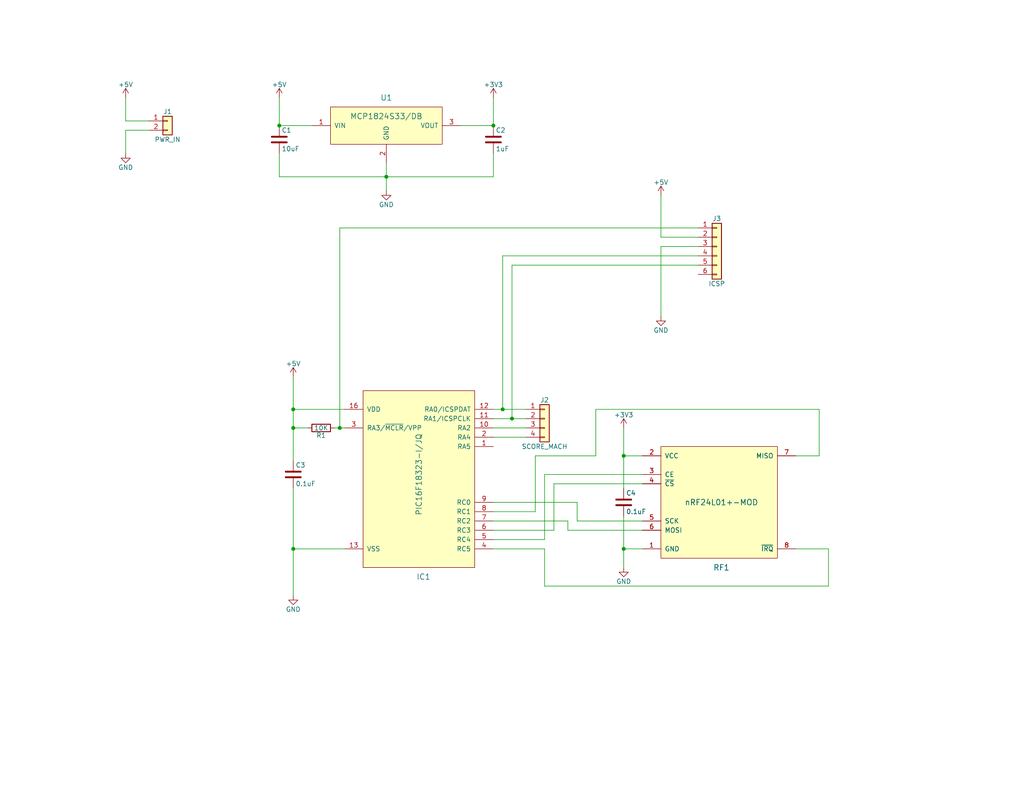
<source format=kicad_sch>
(kicad_sch (version 20230121) (generator eeschema)
  (paper "USLetter")
  (title_block (title "Wireless Fencing Score Indicator - Transmitter") (date "2018-02-13") (rev "1") (company "David's Makerworks - David Rice") (comment 1 "github.com/davidsmakerworks"))
  (lib_symbols
    (symbol "Device:C" (pin_numbers hide) (pin_names (offset 0.254))
      (property "Reference" "C" (at 0.635 2.54 0))
      (property "Value" "C" (at 0.635 -2.54 0))
      (symbol "C_0_1"
        (polyline (pts (xy -2.032 -0.762) (xy 2.032 -0.762)) (stroke (width 0.508)))
        (polyline (pts (xy -2.032 0.762) (xy 2.032 0.762)) (stroke (width 0.508)))
      )
      (symbol "C_1_1"
        (pin passive line (at 0 3.81 270) (length 2.794) (name "~") (number "1"))
        (pin passive line (at 0 -3.81 90) (length 2.794) (name "~") (number "2"))
      )
    )
    (symbol "Device:R" (pin_numbers hide) (pin_names (offset 0))
      (property "Reference" "R" (at 2.032 0 90))
      (property "Value" "R" (at 0 0 90))
      (symbol "R_0_1"
        (rectangle (start -1.016 -2.54) (end 1.016 2.54) (stroke (width 0.254)))
      )
      (symbol "R_1_1"
        (pin passive line (at 0 3.81 270) (length 1.27) (name "~") (number "1"))
        (pin passive line (at 0 -3.81 90) (length 1.27) (name "~") (number "2"))
      )
    )
    (symbol "FencingScoreXmit-rescue:+3.3V-power" (power) (pin_names (offset 0))
      (property "Value" "+3.3V-power" (at 0 3.556 0))
      (symbol "+3.3V-power_0_1"
        (polyline (pts (xy -0.762 1.27) (xy 0 2.54)))
        (polyline (pts (xy 0 0) (xy 0 2.54)))
        (polyline (pts (xy 0 2.54) (xy 0.762 1.27)))
      )
      (symbol "+3.3V-power_1_1"
        (pin power_in line (at 0 0 90) (length 0) hide (name "+3V3") (number "1"))
      )
    )
    (symbol "FencingScoreXmit-rescue:Conn_01x02" (pin_names (offset 1.016) hide)
      (property "Reference" "J" (at 0 2.54 0))
      (property "Value" "Conn_01x02" (at 0 -5.08 0))
      (symbol "Conn_01x02_1_1"
        (rectangle (start -1.27 -2.413) (end 0 -2.667) (stroke (width 0.1524)))
        (rectangle (start -1.27 0.127) (end 0 -0.127) (stroke (width 0.1524)))
        (rectangle (start -1.27 1.27) (end 1.27 -3.81) (stroke (width 0.254)) (fill (type background)))
        (pin passive line (at -5.08 0 0) (length 3.81) (name "Pin_1") (number "1"))
        (pin passive line (at -5.08 -2.54 0) (length 3.81) (name "Pin_2") (number "2"))
      )
    )
    (symbol "FencingScoreXmit-rescue:Conn_01x04" (pin_names (offset 1.016) hide)
      (property "Reference" "J" (at 0 5.08 0))
      (property "Value" "Conn_01x04" (at 0 -7.62 0))
      (symbol "Conn_01x04_1_1"
        (rectangle (start -1.27 -4.953) (end 0 -5.207) (stroke (width 0.1524)))
        (rectangle (start -1.27 -2.413) (end 0 -2.667) (stroke (width 0.1524)))
        (rectangle (start -1.27 0.127) (end 0 -0.127) (stroke (width 0.1524)))
        (rectangle (start -1.27 2.667) (end 0 2.413) (stroke (width 0.1524)))
        (rectangle (start -1.27 3.81) (end 1.27 -6.35) (stroke (width 0.254)) (fill (type background)))
        (pin passive line (at -5.08 2.54 0) (length 3.81) (name "Pin_1") (number "1"))
        (pin passive line (at -5.08 0 0) (length 3.81) (name "Pin_2") (number "2"))
        (pin passive line (at -5.08 -2.54 0) (length 3.81) (name "Pin_3") (number "3"))
        (pin passive line (at -5.08 -5.08 0) (length 3.81) (name "Pin_4") (number "4"))
      )
    )
    (symbol "FencingScoreXmit-rescue:Conn_01x06" (pin_names (offset 1.016) hide)
      (property "Reference" "J" (at 0 7.62 0))
      (property "Value" "Conn_01x06" (at 0 -10.16 0))
      (symbol "Conn_01x06_1_1"
        (rectangle (start -1.27 -7.493) (end 0 -7.747) (stroke (width 0.1524)))
        (rectangle (start -1.27 -4.953) (end 0 -5.207) (stroke (width 0.1524)))
        (rectangle (start -1.27 -2.413) (end 0 -2.667) (stroke (width 0.1524)))
        (rectangle (start -1.27 0.127) (end 0 -0.127) (stroke (width 0.1524)))
        (rectangle (start -1.27 2.667) (end 0 2.413) (stroke (width 0.1524)))
        (rectangle (start -1.27 5.207) (end 0 4.953) (stroke (width 0.1524)))
        (rectangle (start -1.27 6.35) (end 1.27 -8.89) (stroke (width 0.254)) (fill (type background)))
        (pin passive line (at -5.08 5.08 0) (length 3.81) (name "Pin_1") (number "1"))
        (pin passive line (at -5.08 2.54 0) (length 3.81) (name "Pin_2") (number "2"))
        (pin passive line (at -5.08 0 0) (length 3.81) (name "Pin_3") (number "3"))
        (pin passive line (at -5.08 -2.54 0) (length 3.81) (name "Pin_4") (number "4"))
        (pin passive line (at -5.08 -5.08 0) (length 3.81) (name "Pin_5") (number "5"))
        (pin passive line (at -5.08 -7.62 0) (length 3.81) (name "Pin_6") (number "6"))
      )
    )
    (symbol "FencingScoreXmit-rescue:MCP1824S33_DB" (pin_names (offset 1.016))
      (property "Reference" "U" (at 0 7.62 0))
      (property "Value" "MCP1824S33_DB" (at 0 2.54 0))
      (symbol "MCP1824S33_DB_0_1"
        (rectangle (start -15.24 5.08) (end 15.24 -5.08) (fill (type background)))
      )
      (symbol "MCP1824S33_DB_1_1"
        (pin power_in line (at -20.32 0 0) (length 5.08) (name "VIN") (number "1"))
        (pin power_out line (at 0 -10.16 90) (length 5.08) (name "GND") (number "2"))
        (pin power_out line (at 20.32 0 180) (length 5.08) (name "VOUT") (number "3"))
        (pin power_out line (at 3.81 -10.16 90) (length 5.08) hide (name "GND") (number "4"))
      )
    )
    (symbol "FencingScoreXmit-rescue:PIC16F18323-I_JQ" (pin_names (offset 1.016))
      (property "Reference" "IC" (at 1.27 -27.94 0))
      (property "Value" "PIC16F18323-I_JQ" (at 0 0 90))
      (symbol "PIC16F18323-I_JQ_0_1"
        (rectangle (start -15.24 22.86) (end 15.24 -25.4) (fill (type background)))
      )
      (symbol "PIC16F18323-I_JQ_1_1"
        (pin bidirectional line (at 20.32 7.62 180) (length 5.08) (name "RA5") (number "1"))
        (pin bidirectional line (at 20.32 12.7 180) (length 5.08) (name "RA2") (number "10"))
        (pin bidirectional line (at 20.32 15.24 180) (length 5.08) (name "RA1/ICSPCLK") (number "11"))
        (pin bidirectional line (at 20.32 17.78 180) (length 5.08) (name "RA0/ICSPDAT") (number "12"))
        (pin bidirectional line (at -20.32 -20.32 0) (length 5.08) (name "VSS") (number "13"))
        (pin no_connect line (at -20.32 1.27 0) (length 5.08) hide (name "NC") (number "14"))
        (pin no_connect line (at -20.32 -1.27 0) (length 5.08) hide (name "NC") (number "15"))
        (pin power_in line (at -20.32 17.78 0) (length 5.08) (name "VDD") (number "16"))
        (pin bidirectional line (at 20.32 10.16 180) (length 5.08) (name "RA4") (number "2"))
        (pin bidirectional line (at -20.32 12.7 0) (length 5.08) (name "RA3/~{MCLR}/VPP") (number "3"))
        (pin bidirectional line (at 20.32 -20.32 180) (length 5.08) (name "RC5") (number "4"))
        (pin bidirectional line (at 20.32 -17.78 180) (length 5.08) (name "RC4") (number "5"))
        (pin bidirectional line (at 20.32 -15.24 180) (length 5.08) (name "RC3") (number "6"))
        (pin bidirectional line (at 20.32 -12.7 180) (length 5.08) (name "RC2") (number "7"))
        (pin bidirectional line (at 20.32 -10.16 180) (length 5.08) (name "RC1") (number "8"))
        (pin bidirectional line (at 20.32 -7.62 180) (length 5.08) (name "RC0") (number "9"))
      )
    )
    (symbol "FencingScoreXmit-rescue:nRF24L01+-MOD-DavidsMakerWorks_Custom" (pin_names (offset 1.016))
      (property "Reference" "RF" (at 0 -17.78 0))
      (property "Value" "nRF24L01+-MOD-DavidsMakerWorks_Custom" (at 0 0 0))
      (symbol "nRF24L01+-MOD-DavidsMakerWorks_Custom_0_1"
        (rectangle (start -16.51 15.24) (end 15.24 -15.24) (fill (type background)))
      )
      (symbol "nRF24L01+-MOD-DavidsMakerWorks_Custom_1_1"
        (pin power_out line (at -21.59 -12.7 0) (length 5.08) (name "GND") (number "1"))
        (pin power_in line (at -21.59 12.7 0) (length 5.08) (name "VCC") (number "2"))
        (pin input line (at -21.59 7.62 0) (length 5.08) (name "CE") (number "3"))
        (pin input line (at -21.59 5.08 0) (length 5.08) (name "~{CS}") (number "4"))
        (pin input line (at -21.59 -5.08 0) (length 5.08) (name "SCK") (number "5"))
        (pin input line (at -21.59 -7.62 0) (length 5.08) (name "MOSI") (number "6"))
        (pin output line (at 20.32 12.7 180) (length 5.08) (name "MISO") (number "7"))
        (pin output line (at 20.32 -12.7 180) (length 5.08) (name "~{IRQ}") (number "8"))
      )
    )
    (symbol "power:+5V" (power) (pin_names (offset 0))
      (property "Value" "+5V" (at 0 3.556 0))
      (symbol "+5V_0_1"
        (polyline (pts (xy -0.762 1.27) (xy 0 2.54)))
        (polyline (pts (xy 0 0) (xy 0 2.54)))
        (polyline (pts (xy 0 2.54) (xy 0.762 1.27)))
      )
      (symbol "+5V_1_1"
        (pin power_in line (at 0 0 90) (length 0) hide (name "+5V") (number "1"))
      )
    )
    (symbol "power:GND" (power) (pin_names (offset 0))
      (property "Value" "GND" (at 0 -3.81 0))
      (symbol "GND_0_1"
        (polyline (pts (xy 0 0) (xy 0 -1.27) (xy 1.27 -1.27) (xy 0 -2.54) (xy -1.27 -1.27) (xy 0 -1.27)))
      )
      (symbol "GND_1_1"
        (pin power_in line (at 0 0 270) (length 0) hide (name "GND") (number "1"))
      )
    )
  )
  (junction (at 105.41 48.26))
  (junction (at 137.16 111.76))
  (junction (at 134.62 34.29))
  (junction (at 80.01 116.84))
  (junction (at 80.01 111.76))
  (junction (at 76.2 34.29))
  (junction (at 170.18 124.46))
  (junction (at 170.18 149.86))
  (junction (at 139.7 114.3))
  (junction (at 80.01 149.86))
  (junction (at 92.71 116.84))
  (wire (pts (xy 134.62 34.29) (xy 125.73 34.29)))
  (wire (pts (xy 76.2 41.91) (xy 76.2 48.26)))
  (wire (pts (xy 157.48 142.24) (xy 175.26 142.24)))
  (wire (pts (xy 175.26 124.46) (xy 170.18 124.46)))
  (wire (pts (xy 226.06 149.86) (xy 217.17 149.86)))
  (wire (pts (xy 134.62 119.38) (xy 143.51 119.38)))
  (wire (pts (xy 92.71 116.84) (xy 91.44 116.84)))
  (wire (pts (xy 154.94 142.24) (xy 154.94 144.78)))
  (wire (pts (xy 137.16 111.76) (xy 143.51 111.76)))
  (wire (pts (xy 80.01 149.86) (xy 93.98 149.86)))
  (wire (pts (xy 151.13 132.08) (xy 175.26 132.08)))
  (wire (pts (xy 80.01 149.86) (xy 80.01 162.56)))
  (wire (pts (xy 134.62 147.32) (xy 148.59 147.32)))
  (wire (pts (xy 151.13 144.78) (xy 151.13 132.08)))
  (wire (pts (xy 175.26 149.86) (xy 170.18 149.86)))
  (wire (pts (xy 137.16 69.85) (xy 137.16 111.76)))
  (wire (pts (xy 154.94 144.78) (xy 175.26 144.78)))
  (wire (pts (xy 148.59 129.54) (xy 175.26 129.54)))
  (wire (pts (xy 170.18 124.46) (xy 170.18 116.84)))
  (wire (pts (xy 105.41 48.26) (xy 134.62 48.26)))
  (wire (pts (xy 223.52 124.46) (xy 217.17 124.46)))
  (wire (pts (xy 139.7 114.3) (xy 143.51 114.3)))
  (wire (pts (xy 134.62 116.84) (xy 143.51 116.84)))
  (wire (pts (xy 148.59 160.02) (xy 226.06 160.02)))
  (wire (pts (xy 146.05 124.46) (xy 162.56 124.46)))
  (wire (pts (xy 134.62 139.7) (xy 146.05 139.7)))
  (wire (pts (xy 80.01 116.84) (xy 80.01 125.73)))
  (wire (pts (xy 139.7 114.3) (xy 139.7 72.39)))
  (wire (pts (xy 34.29 33.02) (xy 34.29 26.67)))
  (wire (pts (xy 157.48 137.16) (xy 157.48 142.24)))
  (wire (pts (xy 80.01 111.76) (xy 80.01 116.84)))
  (wire (pts (xy 162.56 111.76) (xy 223.52 111.76)))
  (wire (pts (xy 162.56 124.46) (xy 162.56 111.76)))
  (wire (pts (xy 148.59 149.86) (xy 148.59 160.02)))
  (wire (pts (xy 76.2 48.26) (xy 105.41 48.26)))
  (wire (pts (xy 134.62 144.78) (xy 151.13 144.78)))
  (wire (pts (xy 93.98 116.84) (xy 92.71 116.84)))
  (wire (pts (xy 134.62 48.26) (xy 134.62 41.91)))
  (wire (pts (xy 134.62 142.24) (xy 154.94 142.24)))
  (wire (pts (xy 134.62 111.76) (xy 137.16 111.76)))
  (wire (pts (xy 83.82 116.84) (xy 80.01 116.84)))
  (wire (pts (xy 170.18 140.97) (xy 170.18 149.86)))
  (wire (pts (xy 139.7 72.39) (xy 190.5 72.39)))
  (wire (pts (xy 40.64 33.02) (xy 34.29 33.02)))
  (wire (pts (xy 190.5 64.77) (xy 180.34 64.77)))
  (wire (pts (xy 146.05 139.7) (xy 146.05 124.46)))
  (wire (pts (xy 105.41 44.45) (xy 105.41 48.26)))
  (wire (pts (xy 190.5 67.31) (xy 180.34 67.31)))
  (wire (pts (xy 134.62 137.16) (xy 157.48 137.16)))
  (wire (pts (xy 134.62 26.67) (xy 134.62 34.29)))
  (wire (pts (xy 105.41 48.26) (xy 105.41 52.07)))
  (wire (pts (xy 134.62 149.86) (xy 148.59 149.86)))
  (wire (pts (xy 34.29 35.56) (xy 34.29 41.91)))
  (wire (pts (xy 93.98 111.76) (xy 80.01 111.76)))
  (wire (pts (xy 148.59 147.32) (xy 148.59 129.54)))
  (wire (pts (xy 180.34 64.77) (xy 180.34 53.34)))
  (wire (pts (xy 170.18 149.86) (xy 170.18 154.94)))
  (wire (pts (xy 180.34 67.31) (xy 180.34 86.36)))
  (wire (pts (xy 170.18 133.35) (xy 170.18 124.46)))
  (wire (pts (xy 134.62 114.3) (xy 139.7 114.3)))
  (wire (pts (xy 190.5 69.85) (xy 137.16 69.85)))
  (wire (pts (xy 76.2 26.67) (xy 76.2 34.29)))
  (wire (pts (xy 80.01 102.87) (xy 80.01 111.76)))
  (wire (pts (xy 80.01 133.35) (xy 80.01 149.86)))
  (wire (pts (xy 76.2 34.29) (xy 85.09 34.29)))
  (wire (pts (xy 190.5 62.23) (xy 92.71 62.23)))
  (wire (pts (xy 92.71 62.23) (xy 92.71 116.84)))
  (wire (pts (xy 223.52 111.76) (xy 223.52 124.46)))
  (wire (pts (xy 226.06 160.02) (xy 226.06 149.86)))
  (wire (pts (xy 40.64 35.56) (xy 34.29 35.56)))
  (symbol (lib_id "FencingScoreXmit-rescue:PIC16F18323-I_JQ") (at 114.3 129.54 0) (unit 1)
    (property "Reference" "IC1" (at 115.57 157.48 0) (effects (font (size 1.524 1.524))))
    (property "Value" "PIC16F18323-I/JQ" (at 114.3 129.54 90) (effects (font (size 1.524 1.524))))
    (property "Footprint" "Housings_DFN_QFN:QFN-16-1EP_4x4mm_Pitch0.65mm" (effects hide))
  )
  (symbol (lib_id "Device:C") (at 134.62 38.1 0) (unit 1)
    (property "Reference" "C2" (at 135.255 35.56 0) (effects (justify left)))
    (property "Value" "1uF" (at 135.255 40.64 0) (effects (justify left)))
    (property "Footprint" "Capacitors_SMD:C_0805" (effects hide))
  )
  (symbol (lib_id "Device:C") (at 76.2 38.1 0) (unit 1)
    (property "Reference" "C1" (at 76.835 35.56 0) (effects (justify left)))
    (property "Value" "10uF" (at 76.835 40.64 0) (effects (justify left)))
    (property "Footprint" "Capacitors_SMD:C_0805" (effects hide))
  )
  (symbol (lib_id "Device:R") (at 87.63 116.84 270) (unit 1)
    (property "Reference" "R1" (at 87.63 118.872 90))
    (property "Value" "10K" (at 87.63 116.84 90))
    (property "Footprint" "Resistors_SMD:R_0805" (effects hide))
  )
  (symbol (lib_id "FencingScoreXmit-rescue:MCP1824S33_DB") (at 105.41 34.29 0) (unit 1)
    (property "Reference" "U1" (at 105.41 26.67 0) (effects (font (size 1.524 1.524))))
    (property "Value" "MCP1824S33/DB" (at 105.41 31.75 0) (effects (font (size 1.524 1.524))))
    (property "Footprint" "TO_SOT_Packages_SMD:SOT-223" (effects hide))
  )
  (symbol (lib_id "FencingScoreXmit-rescue:nRF24L01+-MOD-DavidsMakerWorks_Custom") (at 196.85 137.16 0) (unit 1)
    (property "Reference" "RF1" (at 196.85 154.94 0) (effects (font (size 1.524 1.524))))
    (property "Value" "nRF24L01+-MOD" (at 196.85 137.16 0) (effects (font (size 1.524 1.524))))
    (property "Footprint" "DavidsMakerWorks_Custom:nRF24L01+-Module" (effects hide))
  )
  (symbol (lib_id "Device:C") (at 80.01 129.54 0) (unit 1)
    (property "Reference" "C3" (at 80.645 127 0) (effects (justify left)))
    (property "Value" "0.1uF" (at 80.645 132.08 0) (effects (justify left)))
    (property "Footprint" "Capacitors_SMD:C_0603" (effects hide))
  )
  (symbol (lib_id "Device:C") (at 170.18 137.16 0) (unit 1)
    (property "Reference" "C4" (at 170.815 134.62 0) (effects (justify left)))
    (property "Value" "0.1uF" (at 170.815 139.7 0) (effects (justify left)))
    (property "Footprint" "Capacitors_SMD:C_0603" (effects hide))
  )
  (symbol (lib_id "FencingScoreXmit-rescue:Conn_01x02") (at 45.72 33.02 0) (unit 1)
    (property "Reference" "J1" (at 45.72 30.48 0))
    (property "Value" "PWR_IN" (at 45.72 38.1 0))
    (property "Footprint" "Pin_Headers:Pin_Header_Straight_1x02_Pitch2.54mm" (effects hide))
  )
  (symbol (lib_id "FencingScoreXmit-rescue:Conn_01x04") (at 148.59 114.3 0) (unit 1)
    (property "Reference" "J2" (at 148.59 109.22 0))
    (property "Value" "SCORE_MACH" (at 148.59 121.92 0))
    (property "Footprint" "Pin_Headers:Pin_Header_Straight_1x04_Pitch2.54mm" (effects hide))
  )
  (symbol (lib_id "FencingScoreXmit-rescue:Conn_01x06") (at 195.58 67.31 0) (unit 1)
    (property "Reference" "J3" (at 195.58 59.69 0))
    (property "Value" "ICSP" (at 195.58 77.47 0))
    (property "Footprint" "Pin_Headers:Pin_Header_Straight_1x06_Pitch2.54mm" (effects hide))
  )
  (symbol (lib_id "power:+5V") (at 34.29 26.67 0) (unit 1)
    (property "Reference" "#PWR01" (effects hide))
    (property "Value" "+5V" (at 34.29 23.114 0))
  )
  (symbol (lib_id "power:GND") (at 34.29 41.91 0) (unit 1)
    (property "Reference" "#PWR02" (effects hide))
    (property "Value" "GND" (at 34.29 45.72 0))
  )
  (symbol (lib_id "power:GND") (at 105.41 52.07 0) (unit 1)
    (property "Reference" "#PWR03" (effects hide))
    (property "Value" "GND" (at 105.41 55.88 0))
  )
  (symbol (lib_id "power:+5V") (at 76.2 26.67 0) (unit 1)
    (property "Reference" "#PWR04" (effects hide))
    (property "Value" "+5V" (at 76.2 23.114 0))
  )
  (symbol (lib_id "FencingScoreXmit-rescue:+3.3V-power") (at 134.62 26.67 0) (unit 1)
    (property "Reference" "#PWR05" (effects hide))
    (property "Value" "+3.3V" (at 134.62 23.114 0))
  )
  (symbol (lib_id "power:+5V") (at 80.01 102.87 0) (unit 1)
    (property "Reference" "#PWR06" (effects hide))
    (property "Value" "+5V" (at 80.01 99.314 0))
  )
  (symbol (lib_id "power:GND") (at 170.18 154.94 0) (unit 1)
    (property "Reference" "#PWR07" (effects hide))
    (property "Value" "GND" (at 170.18 158.75 0))
  )
  (symbol (lib_id "FencingScoreXmit-rescue:+3.3V-power") (at 170.18 116.84 0) (unit 1)
    (property "Reference" "#PWR08" (effects hide))
    (property "Value" "+3.3V" (at 170.18 113.284 0))
  )
  (symbol (lib_id "power:+5V") (at 180.34 53.34 0) (unit 1)
    (property "Reference" "#PWR09" (effects hide))
    (property "Value" "+5V" (at 180.34 49.784 0))
  )
  (symbol (lib_id "power:GND") (at 180.34 86.36 0) (unit 1)
    (property "Reference" "#PWR010" (effects hide))
    (property "Value" "GND" (at 180.34 90.17 0))
  )
  (symbol (lib_id "power:GND") (at 80.01 162.56 0) (unit 1)
    (property "Reference" "#PWR?" (effects hide))
    (property "Value" "GND" (at 80.01 166.37 0))
  )
)
</source>
